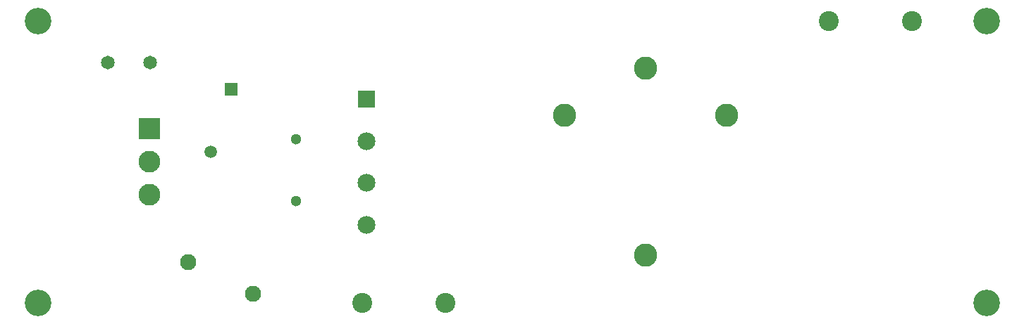
<source format=gbr>
%TF.GenerationSoftware,KiCad,Pcbnew,8.0.3*%
%TF.CreationDate,2024-08-03T11:21:45-05:00*%
%TF.ProjectId,1024A Capacitor Test PCB,31303234-4120-4436-9170-616369746f72,rev?*%
%TF.SameCoordinates,PX4a62f80PY7459280*%
%TF.FileFunction,Soldermask,Bot*%
%TF.FilePolarity,Negative*%
%FSLAX46Y46*%
G04 Gerber Fmt 4.6, Leading zero omitted, Abs format (unit mm)*
G04 Created by KiCad (PCBNEW 8.0.3) date 2024-08-03 11:21:45*
%MOMM*%
%LPD*%
G01*
G04 APERTURE LIST*
%ADD10C,3.200000*%
%ADD11C,2.800000*%
%ADD12C,2.400000*%
%ADD13R,1.515000X1.515000*%
%ADD14C,1.515000*%
%ADD15C,1.950000*%
%ADD16R,2.625000X2.625000*%
%ADD17C,2.625000*%
%ADD18C,1.650000*%
%ADD19C,1.300000*%
%ADD20R,2.145000X2.145000*%
%ADD21C,2.145000*%
G04 APERTURE END LIST*
D10*
%TO.C,H4*%
X119000000Y5000000D03*
%TD*%
%TO.C,H3*%
X119000000Y39000000D03*
%TD*%
%TO.C,H2*%
X5000000Y5000000D03*
%TD*%
%TO.C,H1*%
X5000000Y39000000D03*
%TD*%
D11*
%TO.C,C2*%
X78000000Y33250000D03*
X78000000Y10750000D03*
X87742786Y27625000D03*
X68257214Y27625000D03*
%TD*%
D12*
%TO.C,TP4*%
X54000000Y5000000D03*
%TD*%
%TO.C,TP3*%
X44000000Y5000000D03*
%TD*%
%TO.C,TP2*%
X110000000Y39000000D03*
%TD*%
%TO.C,TP1*%
X100000000Y39000000D03*
%TD*%
D13*
%TO.C,RV1*%
X28250000Y30750000D03*
D14*
X25750000Y23250000D03*
%TD*%
D15*
%TO.C,RT1*%
X23100000Y9910000D03*
X30900000Y6090000D03*
%TD*%
D16*
%TO.C,J1*%
X18450000Y26000000D03*
D17*
X18450000Y22040000D03*
X18450000Y18080000D03*
%TD*%
D18*
%TO.C,F1*%
X13460000Y34000000D03*
X18540000Y34000000D03*
%TD*%
D19*
%TO.C,C1*%
X36000000Y24750000D03*
X36000000Y17250000D03*
%TD*%
D20*
%TO.C,BR1*%
X44525000Y29575000D03*
D21*
X44525000Y24525000D03*
X44525000Y19475000D03*
X44525000Y14425000D03*
%TD*%
M02*

</source>
